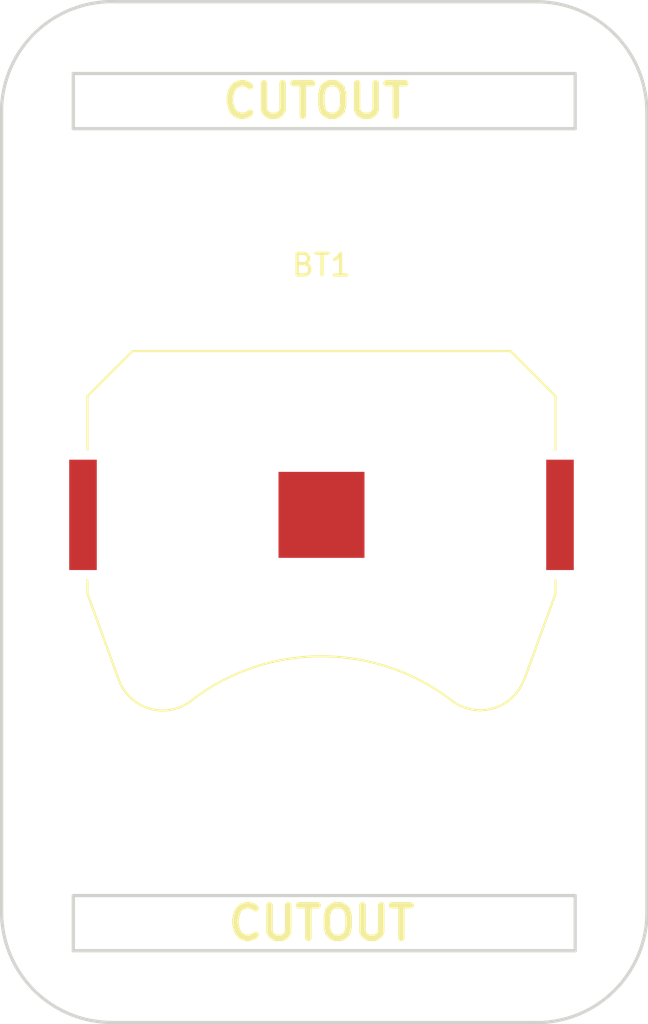
<source format=kicad_pcb>
(kicad_pcb (version 4) (host pcbnew 4.0.5+dfsg1-4)

  (general
    (links 1)
    (no_connects 1)
    (area 119.812999 67.736653 149.681001 114.889347)
    (thickness 1.6)
    (drawings 18)
    (tracks 0)
    (zones 0)
    (modules 1)
    (nets 3)
  )

  (page A4)
  (layers
    (0 F.Cu signal)
    (31 B.Cu signal)
    (32 B.Adhes user)
    (33 F.Adhes user)
    (34 B.Paste user)
    (35 F.Paste user)
    (36 B.SilkS user)
    (37 F.SilkS user)
    (38 B.Mask user)
    (39 F.Mask user)
    (40 Dwgs.User user)
    (41 Cmts.User user)
    (42 Eco1.User user)
    (43 Eco2.User user)
    (44 Edge.Cuts user)
    (45 Margin user)
    (46 B.CrtYd user)
    (47 F.CrtYd user)
    (48 B.Fab user)
    (49 F.Fab user)
  )

  (setup
    (last_trace_width 0.25)
    (trace_clearance 0.2)
    (zone_clearance 0.508)
    (zone_45_only no)
    (trace_min 0.2)
    (segment_width 0.2)
    (edge_width 0.15)
    (via_size 0.6)
    (via_drill 0.4)
    (via_min_size 0.4)
    (via_min_drill 0.3)
    (uvia_size 0.3)
    (uvia_drill 0.1)
    (uvias_allowed no)
    (uvia_min_size 0.2)
    (uvia_min_drill 0.1)
    (pcb_text_width 0.3)
    (pcb_text_size 1.5 1.5)
    (mod_edge_width 0.15)
    (mod_text_size 1 1)
    (mod_text_width 0.15)
    (pad_size 3.96 3.96)
    (pad_drill 0)
    (pad_to_mask_clearance 0.2)
    (aux_axis_origin 0 0)
    (visible_elements FFFFFF7F)
    (pcbplotparams
      (layerselection 0x010f0_80000001)
      (usegerberextensions false)
      (excludeedgelayer true)
      (linewidth 0.100000)
      (plotframeref false)
      (viasonmask false)
      (mode 1)
      (useauxorigin false)
      (hpglpennumber 1)
      (hpglpenspeed 20)
      (hpglpendiameter 15)
      (hpglpenoverlay 2)
      (psnegative false)
      (psa4output false)
      (plotreference true)
      (plotvalue true)
      (plotinvisibletext false)
      (padsonsilk false)
      (subtractmaskfromsilk false)
      (outputformat 1)
      (mirror false)
      (drillshape 0)
      (scaleselection 1)
      (outputdirectory gerber/))
  )

  (net 0 "")
  (net 1 "Net-(BT1-Pad1)")
  (net 2 "Net-(BT1-Pad2)")

  (net_class Default "This is the default net class."
    (clearance 0.2)
    (trace_width 0.25)
    (via_dia 0.6)
    (via_drill 0.4)
    (uvia_dia 0.3)
    (uvia_drill 0.1)
    (add_net "Net-(BT1-Pad1)")
    (add_net "Net-(BT1-Pad2)")
  )

  (module Battery_Holders:Keystone_3034_1x20mm-CoinCell (layer F.Cu) (tedit 595D9565) (tstamp 5ACF7E33)
    (at 134.62 91.44)
    (descr "Keystone 3034 SMD battery holder for 2020, 2025 and 2032 coincell batteries. http://www.keyelco.com/product-pdf.cfm?p=798")
    (tags "Keystone type 3034 coin cell retainer")
    (path /5ACE69D9)
    (attr smd)
    (fp_text reference BT1 (at 0 -11.5) (layer F.SilkS)
      (effects (font (size 1 1) (thickness 0.15)))
    )
    (fp_text value Battery (at 0 11.5) (layer F.Fab)
      (effects (font (size 1 1) (thickness 0.15)))
    )
    (fp_text user %R (at 0 -2.9) (layer F.Fab)
      (effects (font (size 1 1) (thickness 0.15)))
    )
    (fp_circle (center 0 0) (end 0 10.25) (layer Dwgs.User) (width 0.15))
    (fp_arc (start 0 16.36) (end 6 8.55) (angle -75.1) (layer F.SilkS) (width 0.1))
    (fp_arc (start -7.31 6.85) (end -9.34 7.58) (angle -107.5) (layer F.SilkS) (width 0.1))
    (fp_line (start -10.78 3.63) (end -9.34 7.58) (layer F.SilkS) (width 0.1))
    (fp_line (start -8.7 -7.54) (end -10.78 -5.46) (layer F.SilkS) (width 0.1))
    (fp_line (start 8.7 -7.54) (end -8.7 -7.54) (layer F.SilkS) (width 0.1))
    (fp_line (start 8.7 -7.54) (end 10.78 -5.46) (layer F.SilkS) (width 0.1))
    (fp_line (start 10.78 3.63) (end 9.34 7.58) (layer F.SilkS) (width 0.1))
    (fp_arc (start 7.31 6.85) (end 6 8.55) (angle -107.5) (layer F.SilkS) (width 0.1))
    (fp_line (start -10.78 -5.46) (end -10.78 -3) (layer F.SilkS) (width 0.1))
    (fp_line (start -10.78 3) (end -10.78 3.63) (layer F.SilkS) (width 0.1))
    (fp_line (start 10.78 -5.46) (end 10.78 -3) (layer F.SilkS) (width 0.1))
    (fp_line (start 10.78 3) (end 10.78 3.63) (layer F.SilkS) (width 0.1))
    (fp_line (start -9.19 7.53) (end -10.63 3.6) (layer F.Fab) (width 0.1))
    (fp_line (start -10.63 3.6) (end -10.63 -5.4) (layer F.Fab) (width 0.1))
    (fp_line (start -10.63 -5.4) (end -8.64 -7.39) (layer F.Fab) (width 0.1))
    (fp_line (start -8.64 -7.39) (end 8.64 -7.39) (layer F.Fab) (width 0.1))
    (fp_line (start 8.64 -7.39) (end 10.63 -5.4) (layer F.Fab) (width 0.1))
    (fp_line (start 10.63 -5.4) (end 10.63 3.6) (layer F.Fab) (width 0.1))
    (fp_line (start 10.63 3.6) (end 9.19 7.53) (layer F.Fab) (width 0.1))
    (fp_arc (start 7.31 6.85) (end 6.1 8.43) (angle -107.5) (layer F.Fab) (width 0.1))
    (fp_arc (start 0 16.36) (end 6.1 8.43) (angle -75.1) (layer F.Fab) (width 0.1))
    (fp_arc (start -7.31 6.85) (end -9.19 7.53) (angle -107.5) (layer F.Fab) (width 0.1))
    (fp_line (start 11.87 -2.79) (end 10.88 -2.79) (layer F.CrtYd) (width 0.05))
    (fp_line (start 10.88 -2.79) (end 10.88 -5.5) (layer F.CrtYd) (width 0.05))
    (fp_line (start 10.88 -5.5) (end 8.74 -7.64) (layer F.CrtYd) (width 0.05))
    (fp_line (start 8.74 -7.64) (end 7.2 -7.64) (layer F.CrtYd) (width 0.05))
    (fp_arc (start 0 0) (end 7.2 -7.64) (angle -86.6) (layer F.CrtYd) (width 0.05))
    (fp_line (start -7.2 -7.64) (end -8.74 -7.64) (layer F.CrtYd) (width 0.05))
    (fp_line (start -8.74 -7.64) (end -10.88 -5.5) (layer F.CrtYd) (width 0.05))
    (fp_line (start -10.88 -5.5) (end -10.88 -2.79) (layer F.CrtYd) (width 0.05))
    (fp_line (start -10.88 -2.79) (end -11.87 -2.79) (layer F.CrtYd) (width 0.05))
    (fp_line (start -11.87 -2.79) (end -11.87 2.79) (layer F.CrtYd) (width 0.05))
    (fp_line (start -11.87 2.79) (end -10.88 2.79) (layer F.CrtYd) (width 0.05))
    (fp_line (start -10.88 2.79) (end -10.88 3.64) (layer F.CrtYd) (width 0.05))
    (fp_line (start -10.88 3.64) (end -9.44 7.62) (layer F.CrtYd) (width 0.05))
    (fp_arc (start -7.31 6.85) (end -9.43 7.62) (angle -106.9) (layer F.CrtYd) (width 0.05))
    (fp_arc (start 0 0) (end -5.96 8.64) (angle -69.1) (layer F.CrtYd) (width 0.05))
    (fp_arc (start 7.31 6.85) (end 5.96 8.64) (angle -106.9) (layer F.CrtYd) (width 0.05))
    (fp_line (start 9.43 7.63) (end 10.88 3.64) (layer F.CrtYd) (width 0.05))
    (fp_line (start 10.88 3.64) (end 10.88 2.79) (layer F.CrtYd) (width 0.05))
    (fp_line (start 10.88 2.79) (end 11.87 2.79) (layer F.CrtYd) (width 0.05))
    (fp_line (start 11.87 2.79) (end 11.87 -2.79) (layer F.CrtYd) (width 0.05))
    (pad 2 smd rect (at 0 0) (size 3.96 3.96) (layers F.Cu F.Paste F.Mask)
      (net 2 "Net-(BT1-Pad2)"))
    (pad 1 smd rect (at 10.985 0) (size 1.27 5.08) (layers F.Cu F.Paste F.Mask)
      (net 1 "Net-(BT1-Pad1)"))
    (pad 1 smd rect (at -10.985 0) (size 1.27 5.08) (layers F.Cu F.Paste F.Mask)
      (net 1 "Net-(BT1-Pad1)"))
    (model ${KISYS3DMOD}/Battery_Holders.3dshapes/Keystone_3034_1x20mm-CoinCell.wrl
      (at (xyz 0 0 0))
      (scale (xyz 1 1 1))
      (rotate (xyz 0 0 0))
    )
  )

  (gr_line (start 119.888 72.644) (end 119.888 109.728) (angle 90) (layer Edge.Cuts) (width 0.15))
  (gr_line (start 144.526 67.818) (end 125.222 67.818) (angle 90) (layer Edge.Cuts) (width 0.15))
  (gr_line (start 149.606 109.982) (end 149.606 72.898) (angle 90) (layer Edge.Cuts) (width 0.15))
  (gr_line (start 124.968 114.808) (end 144.272 114.808) (angle 90) (layer Edge.Cuts) (width 0.15))
  (gr_arc (start 144.526 72.898) (end 144.526 67.818) (angle 90) (layer Edge.Cuts) (width 0.15))
  (gr_arc (start 124.968 72.898) (end 119.888 72.644) (angle 90) (layer Edge.Cuts) (width 0.15))
  (gr_arc (start 144.526 109.728) (end 149.606 109.982) (angle 90) (layer Edge.Cuts) (width 0.15))
  (gr_arc (start 124.968 109.728) (end 124.968 114.808) (angle 90) (layer Edge.Cuts) (width 0.15))
  (gr_text CUTOUT (at 134.62 110.236) (layer F.SilkS)
    (effects (font (size 1.5 1.5) (thickness 0.3)))
  )
  (gr_text CUTOUT (at 134.366 72.39) (layer F.SilkS)
    (effects (font (size 1.5 1.5) (thickness 0.3)))
  )
  (gr_line (start 123.19 111.506) (end 123.19 108.966) (angle 90) (layer Edge.Cuts) (width 0.15))
  (gr_line (start 146.304 111.506) (end 123.19 111.506) (angle 90) (layer Edge.Cuts) (width 0.15))
  (gr_line (start 146.304 108.966) (end 146.304 111.506) (angle 90) (layer Edge.Cuts) (width 0.15))
  (gr_line (start 123.19 108.966) (end 146.304 108.966) (angle 90) (layer Edge.Cuts) (width 0.15))
  (gr_line (start 123.19 71.12) (end 123.19 73.66) (angle 90) (layer Edge.Cuts) (width 0.15))
  (gr_line (start 146.304 71.12) (end 123.19 71.12) (angle 90) (layer Edge.Cuts) (width 0.15))
  (gr_line (start 146.304 73.66) (end 146.304 71.12) (angle 90) (layer Edge.Cuts) (width 0.15))
  (gr_line (start 123.19 73.66) (end 146.304 73.66) (angle 90) (layer Edge.Cuts) (width 0.15))

)

</source>
